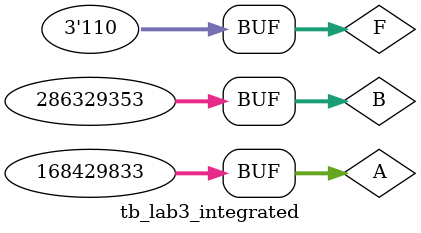
<source format=sv>
module tb_lab3_integrated();

	reg [31:0] A, B;
	logic [31:0] Y;
	logic [2:0] F;
	logic OF;
	lab3_integrated dut(A, B, F, Y, OF);
	initial begin

	A = 32'h00000000;	B = 32'h00000000;	F = 2;	#10;
	A = 32'h7FFFFFFF;	B = 32'h7FFFFFFF;	F = 2;	#10;
	A = 0;	B = -1;	F = 2;	#10;
	A = 1;	B = -1;	F = 2;	#10;
	A = 32'hFF;	B = 1;	F = 2;	#10;
	A = 0;	B = 0;	F = 6;	#10;
	A = 0;	B = -1;	F = 6;	#10;
	A = 1;	B = 1;	F = 6;	#10;
	A = 32'h00000100;	B = 32'h00000010;	F = 6;	#10;
	A = 32'h7FFFFFFF;	B = 32'h80000001;	F = 6;	#10;
	A = 0;	B = 0;	F = 2;	#10;
	A = 0;	B = 1;	F = 6;	#10;
	A = 0;	B = -1;	F = 2;	#10;
	A = 1;	B = 0;	F = 6;	#10;
	A = -1;	B = 0;	F = 6;	#10;
	A = 32'hFFFFFFFF;	B = 32'hFFFFFFFF;	F = 2;	#10;
	A = 32'hFFFFFFFF;	B = 32'h12345678;	F = 2;	#10;	
	A = 32'h12345678;	B = 32'h87654321;	F = 2;	#10;
	A = 32'h00000000;	B = 32'hFFFFFFFF;	F = 6;	#10;
	A = 32'hFFFFFFFF;	B = 32'hFFFFFFFF;	F = 6;	#10;
	A = 32'h12345678;	B = 32'h87654321;	F = 6;	#10;
	A = 32'h00000000;	B = 32'hFFFFFFFF;	F = 6;	#10;
	A = 32'h00000000;	B = 32'h00000000;	F = 2;	#10;
	A = 32'h00000100;	B = 32'h00000010;	F = 2;	#10;
	A = 32'h4780ADAD; B = 32'hAFCE780A; F = 2; #10;
	A = 32'h0A0A0909; B = 32'h11110A09; F = 6; #10;
	end
endmodule


</source>
